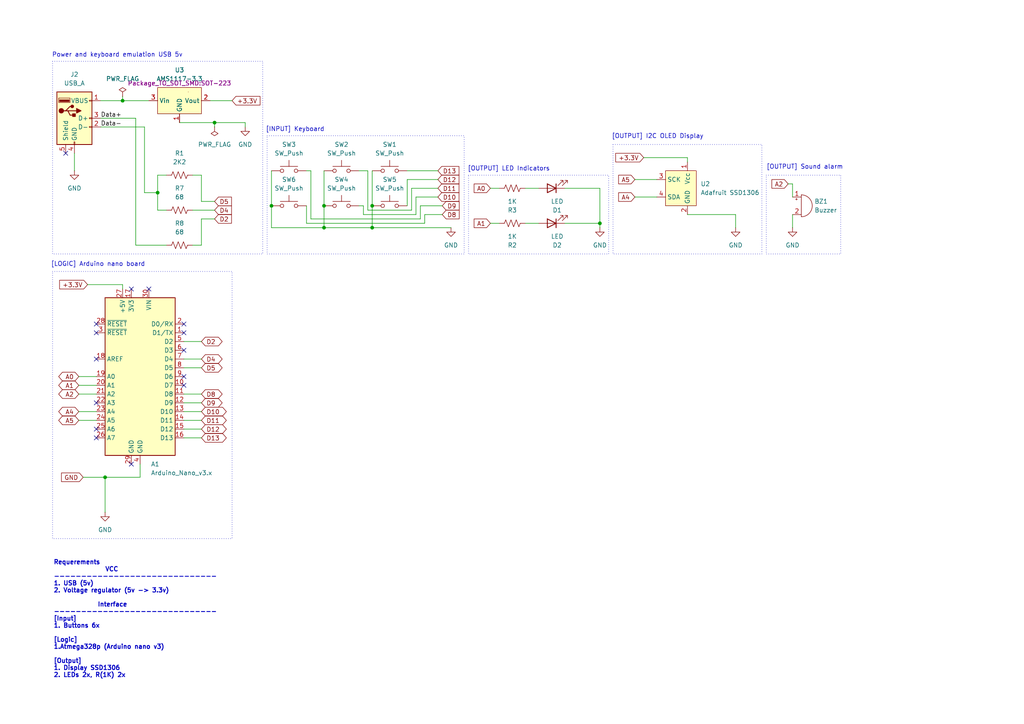
<source format=kicad_sch>
(kicad_sch (version 20250114) (generator "eeschema") (generator_version "9.0")
  (paper "A4")
  (title_block (title "SpeedJeck") (date "2025-11-02") (rev "1") (company "CERCELL") (comment 1 "SpeedJeck") (comment 2 "1v") (comment 3 "Emulation a keyboard typing,") (comment 4 "password manager for PC"))
  (lib_symbols
    (symbol "Arduino_modules:AMS1117"
      (property "Reference" "U" (at 0 2.032 0))
      (property "Value" "AMS1117-3.3" (at 0 0 0))
      (symbol "AMS1117_0_1"
        (rectangle (start 2.54 -2.54) (end 2.54 -2.54))
      )
      (symbol "AMS1117_1_1"
        (rectangle (start -6.35 -1.27) (end 6.35 -8.89) (fill (type background)))
        (pin power_in line (at -8.89 -5.08 0) (length 2.54) (name "Vin") (number "3"))
        (pin power_in line (at 0 -11.43 90) (length 2.54) (name "GND") (number "1"))
        (pin power_out line (at 8.89 -5.08 180) (length 2.54) (name "Vout") (number "2"))
      )
    )
    (symbol "Arduino_modules:Adafruit_SSD1306"
      (property "Reference" "U" (at 0 2.032 0))
      (property "Value" "Adafruit SSD1306" (at 0 -0.762 0))
      (symbol "Adafruit_SSD1306_1_1"
        (rectangle (start -6.35 -6.35) (end 2.54 -16.51) (fill (type background)))
        (pin input line (at -8.89 -8.89 0) (length 2.54) (name "SCK") (number "3"))
        (pin input line (at -8.89 -13.97 0) (length 2.54) (name "SDA") (number "4"))
        (pin power_in line (at 0 -3.81 270) (length 2.54) (name "Vcc") (number "1"))
        (pin power_in line (at 0 -19.05 90) (length 2.54) (name "GND") (number "2"))
      )
    )
    (symbol "Arduino_modules:Arduino_Nano_v3.x"
      (property "Reference" "A" (at -10.16 23.495 0))
      (property "Value" "Arduino_Nano_v3.x" (at 5.08 -24.13 0))
      (symbol "Arduino_Nano_v3.x_0_1"
        (rectangle (start -10.16 22.86) (end 10.16 -22.86) (stroke (width 0.254)) (fill (type background)))
      )
      (symbol "Arduino_Nano_v3.x_1_1"
        (pin bidirectional line (at -12.7 15.24 0) (length 2.54) (name "D0/RX") (number "2"))
        (pin bidirectional line (at -12.7 12.7 0) (length 2.54) (name "D1/TX") (number "1"))
        (pin bidirectional line (at -12.7 10.16 0) (length 2.54) (name "D2") (number "5"))
        (pin bidirectional line (at -12.7 7.62 0) (length 2.54) (name "D3") (number "6"))
        (pin bidirectional line (at -12.7 5.08 0) (length 2.54) (name "D4") (number "7"))
        (pin bidirectional line (at -12.7 2.54 0) (length 2.54) (name "D5") (number "8"))
        (pin bidirectional line (at -12.7 0 0) (length 2.54) (name "D6") (number "9"))
        (pin bidirectional line (at -12.7 -2.54 0) (length 2.54) (name "D7") (number "10"))
        (pin bidirectional line (at -12.7 -5.08 0) (length 2.54) (name "D8") (number "11"))
        (pin bidirectional line (at -12.7 -7.62 0) (length 2.54) (name "D9") (number "12"))
        (pin bidirectional line (at -12.7 -10.16 0) (length 2.54) (name "D10") (number "13"))
        (pin bidirectional line (at -12.7 -12.7 0) (length 2.54) (name "D11") (number "14"))
        (pin bidirectional line (at -12.7 -15.24 0) (length 2.54) (name "D12") (number "15"))
        (pin bidirectional line (at -12.7 -17.78 0) (length 2.54) (name "D13") (number "16"))
        (pin power_in line (at -2.54 25.4 270) (length 2.54) (name "VIN") (number "30"))
        (pin power_in line (at 0 -25.4 90) (length 2.54) (name "GND") (number "4"))
        (pin power_out line (at 2.54 25.4 270) (length 2.54) (name "3V3") (number "17"))
        (pin power_in line (at 2.54 -25.4 90) (length 2.54) (name "GND") (number "29"))
        (pin power_in line (at 5.08 25.4 270) (length 2.54) (name "+5V") (number "27"))
        (pin input line (at 12.7 15.24 180) (length 2.54) (name "~{RESET}") (number "28"))
        (pin input line (at 12.7 12.7 180) (length 2.54) (name "~{RESET}") (number "3"))
        (pin input line (at 12.7 5.08 180) (length 2.54) (name "AREF") (number "18"))
        (pin bidirectional line (at 12.7 0 180) (length 2.54) (name "A0") (number "19"))
        (pin bidirectional line (at 12.7 -2.54 180) (length 2.54) (name "A1") (number "20"))
        (pin bidirectional line (at 12.7 -5.08 180) (length 2.54) (name "A2") (number "21"))
        (pin bidirectional line (at 12.7 -7.62 180) (length 2.54) (name "A3") (number "22"))
        (pin bidirectional line (at 12.7 -10.16 180) (length 2.54) (name "A4") (number "23"))
        (pin bidirectional line (at 12.7 -12.7 180) (length 2.54) (name "A5") (number "24"))
        (pin bidirectional line (at 12.7 -15.24 180) (length 2.54) (name "A6") (number "25"))
        (pin bidirectional line (at 12.7 -17.78 180) (length 2.54) (name "A7") (number "26"))
      )
    )
    (symbol "Connector:USB_A" (pin_names (offset 1.016))
      (property "Reference" "J" (at -5.08 11.43 0))
      (property "Value" "USB_A" (at -5.08 8.89 0))
      (symbol "USB_A_0_1"
        (rectangle (start -5.08 -7.62) (end 5.08 7.62) (stroke (width 0.254)) (fill (type background)))
        (circle (center -3.81 2.159) (radius 0.635) (stroke (width 0.254)) (fill (type outline)))
        (polyline (pts (xy -3.175 2.159) (xy -2.54 2.159) (xy -1.27 3.429) (xy -0.635 3.429)) (stroke (width 0.254)))
        (polyline (pts (xy -2.54 2.159) (xy -1.905 2.159) (xy -1.27 0.889) (xy 0 0.889)) (stroke (width 0.254)))
        (rectangle (start -1.524 4.826) (end -4.318 5.334) (fill (type outline)))
        (rectangle (start -1.27 4.572) (end -4.572 5.842))
        (circle (center -0.635 3.429) (radius 0.381) (stroke (width 0.254)) (fill (type outline)))
        (rectangle (start -0.127 -7.62) (end 0.127 -6.858))
        (rectangle (start 0.254 1.27) (end -0.508 0.508) (stroke (width 0.254)) (fill (type outline)))
        (polyline (pts (xy 0.635 2.794) (xy 0.635 1.524) (xy 1.905 2.159) (xy 0.635 2.794)) (stroke (width 0.254)) (fill (type outline)))
        (rectangle (start 5.08 4.953) (end 4.318 5.207))
        (rectangle (start 5.08 -0.127) (end 4.318 0.127))
        (rectangle (start 5.08 -2.667) (end 4.318 -2.413))
      )
      (symbol "USB_A_1_1"
        (polyline (pts (xy -1.905 2.159) (xy 0.635 2.159)) (stroke (width 0.254)))
        (pin passive line (at -2.54 -10.16 90) (length 2.54) (name "Shield") (number "5"))
        (pin power_in line (at 0 -10.16 90) (length 2.54) (name "GND") (number "4"))
        (pin power_in line (at 7.62 5.08 180) (length 2.54) (name "VBUS") (number "1"))
        (pin bidirectional line (at 7.62 0 180) (length 2.54) (name "D+") (number "3"))
        (pin bidirectional line (at 7.62 -2.54 180) (length 2.54) (name "D-") (number "2"))
      )
    )
    (symbol "Device:Buzzer" (pin_names (offset 0.0254) (hide yes))
      (property "Reference" "BZ" (at 3.81 1.27 0))
      (property "Value" "Buzzer" (at 3.81 -1.27 0))
      (symbol "Buzzer_0_1"
        (polyline (pts (xy -1.651 1.905) (xy -1.143 1.905)))
        (polyline (pts (xy -1.397 2.159) (xy -1.397 1.651)))
        (arc (start 0 3.175) (mid 3.1612 0) (end 0 -3.175))
        (polyline (pts (xy 0 3.175) (xy 0 -3.175)))
      )
      (symbol "Buzzer_1_1"
        (pin passive line (at -2.54 2.54 0) (length 2.54) (name "+") (number "1"))
        (pin passive line (at -2.54 -2.54 0) (length 2.54) (name "-") (number "2"))
      )
    )
    (symbol "Device:LED" (pin_numbers (hide yes)) (pin_names (offset 1.016) (hide yes))
      (property "Reference" "D" (at 0 2.54 0))
      (property "Value" "LED" (at 0 -2.54 0))
      (symbol "LED_0_1"
        (polyline (pts (xy -3.048 -0.762) (xy -4.572 -2.286) (xy -3.81 -2.286) (xy -4.572 -2.286) (xy -4.572 -1.524)))
        (polyline (pts (xy -1.778 -0.762) (xy -3.302 -2.286) (xy -2.54 -2.286) (xy -3.302 -2.286) (xy -3.302 -1.524)))
        (polyline (pts (xy -1.27 0) (xy 1.27 0)))
        (polyline (pts (xy -1.27 -1.27) (xy -1.27 1.27)) (stroke (width 0.254)))
        (polyline (pts (xy 1.27 -1.27) (xy 1.27 1.27) (xy -1.27 0) (xy 1.27 -1.27)) (stroke (width 0.254)))
      )
      (symbol "LED_1_1"
        (pin passive line (at -3.81 0 0) (length 2.54) (name "K") (number "1"))
        (pin passive line (at 3.81 0 180) (length 2.54) (name "A") (number "2"))
      )
    )
    (symbol "Device:R_US" (pin_numbers (hide yes)) (pin_names (offset 0))
      (property "Reference" "R" (at 2.54 0 90))
      (property "Value" "R_US" (at -2.54 0 90))
      (symbol "R_US_0_1"
        (polyline (pts (xy 0 2.286) (xy 0 2.54)))
        (polyline (pts (xy 0 2.286) (xy 1.016 1.905) (xy 0 1.524) (xy -1.016 1.143) (xy 0 0.762)))
        (polyline (pts (xy 0 0.762) (xy 1.016 0.381) (xy 0 0) (xy -1.016 -0.381) (xy 0 -0.762)))
        (polyline (pts (xy 0 -0.762) (xy 1.016 -1.143) (xy 0 -1.524) (xy -1.016 -1.905) (xy 0 -2.286)))
        (polyline (pts (xy 0 -2.286) (xy 0 -2.54)))
      )
      (symbol "R_US_1_1"
        (pin passive line (at 0 3.81 270) (length 1.27) (name "~") (number "1"))
        (pin passive line (at 0 -3.81 90) (length 1.27) (name "~") (number "2"))
      )
    )
    (symbol "Switch:SW_Push" (pin_numbers (hide yes)) (pin_names (offset 1.016) (hide yes))
      (property "Reference" "SW" (at 1.27 2.54 0))
      (property "Value" "SW_Push" (at 0 -1.524 0))
      (symbol "SW_Push_0_1"
        (circle (center -2.032 0) (radius 0.508))
        (polyline (pts (xy 0 1.27) (xy 0 3.048)))
        (circle (center 2.032 0) (radius 0.508))
        (polyline (pts (xy 2.54 1.27) (xy -2.54 1.27)))
        (pin passive line (at -5.08 0 0) (length 2.54) (name "1") (number "1"))
        (pin passive line (at 5.08 0 180) (length 2.54) (name "2") (number "2"))
      )
    )
    (symbol "power:GND" (power) (pin_numbers (hide yes)) (pin_names (offset 0) (hide yes))
      (property "Value" "GND" (at 0 -3.81 0))
      (symbol "GND_0_1"
        (polyline (pts (xy 0 0) (xy 0 -1.27) (xy 1.27 -1.27) (xy 0 -2.54) (xy -1.27 -1.27) (xy 0 -1.27)))
      )
      (symbol "GND_1_1"
        (pin power_in line (at 0 0 270) (length 0) (name "~") (number "1"))
      )
    )
    (symbol "power:PWR_FLAG" (power) (pin_numbers (hide yes)) (pin_names (offset 0) (hide yes))
      (property "Value" "PWR_FLAG" (at 0 3.81 0))
      (symbol "PWR_FLAG_0_0"
        (pin power_out line (at 0 0 90) (length 0) (name "~") (number "1"))
      )
      (symbol "PWR_FLAG_0_1"
        (polyline (pts (xy 0 0) (xy 0 1.27) (xy -1.016 1.905) (xy 0 2.54) (xy 1.016 1.905) (xy 0 1.27)))
      )
    )
  )
  (rectangle (start 15.24 78.74) (end 67.31 156.21) (stroke (width 0) (type dot)))
  (rectangle (start 222.25 50.8) (end 243.84 73.66) (stroke (width 0) (type dot)))
  (rectangle (start 135.89 50.8) (end 176.53 73.66) (stroke (width 0) (type dot)))
  (rectangle (start 77.47 39.37) (end 134.62 73.66) (stroke (width 0) (type dot)))
  (rectangle (start 15.24 17.78) (end 76.2 73.66) (stroke (width 0) (type dot)))
  (rectangle (start 177.8 41.91) (end 220.98 73.66) (stroke (width 0) (type dot)))
  (text "[INPUT] Keyboard" (at 85.598 37.592 0) (effects (font (size 1.27 1.27))))
  (text "[LOGIC] Arduino nano board" (at 28.448 76.708 0) (effects (font (size 1.27 1.27))))
  (text "Requerements\n			VCC\n------------------------------\n1. USB (5v) \n2. Voltage regulator (5v -> 3.3v)\n\n		   Interface\n------------------------------\n[Input]\n1. Buttons 6x\n\n[Logic]\n1.Atmega328p (Arduino nano v3)\n\n[Output]\n1. Display SSD1306\n2. LEDs 2x, R(1K) 2x\n" (at 15.494 179.578 0) (effects (font (size 1.27 1.27) (thickness 0.254) (bold yes)) (justify left)))
  (text "[OUTPUT] I2C OLED Display" (at 190.754 39.624 0) (effects (font (size 1.27 1.27))))
  (text "[OUTPUT] LED Indicators" (at 147.574 49.022 0) (effects (font (size 1.27 1.27))))
  (text "[OUTPUT] Sound alarm" (at 233.426 48.514 0) (effects (font (size 1.27 1.27))))
  (text "Power and keyboard emulation USB 5v" (at 34.036 16.002 0) (effects (font (size 1.27 1.27))))
  (junction (at 78.74 59.69))
  (junction (at 35.56 29.21))
  (junction (at 93.98 66.04))
  (junction (at 107.95 66.04))
  (junction (at 107.95 59.69))
  (junction (at 45.72 55.88))
  (junction (at 93.98 59.69))
  (junction (at 62.23 35.56))
  (junction (at 30.48 138.43))
  (junction (at 173.99 64.77))
  (no_connect (at 53.34 111.76))
  (no_connect (at 53.34 109.22))
  (no_connect (at 38.1 134.62))
  (no_connect (at 53.34 96.52))
  (no_connect (at 53.34 101.6))
  (no_connect (at 53.34 93.98))
  (no_connect (at 27.94 124.46))
  (no_connect (at 27.94 116.84))
  (no_connect (at 19.05 44.45))
  (no_connect (at 27.94 104.14))
  (no_connect (at 27.94 93.98))
  (no_connect (at 38.1 83.82))
  (no_connect (at 27.94 96.52))
  (no_connect (at 43.18 83.82))
  (no_connect (at 27.94 127))
  (wire (pts (xy 25.4 82.55) (xy 35.56 82.55)))
  (wire (pts (xy 104.14 59.69) (xy 105.41 59.69)))
  (wire (pts (xy 119.38 54.61) (xy 127 54.61)))
  (wire (pts (xy 58.42 121.92) (xy 53.34 121.92)))
  (wire (pts (xy 39.37 34.29) (xy 39.37 71.12)))
  (wire (pts (xy 39.37 71.12) (xy 48.26 71.12)))
  (wire (pts (xy 163.83 54.61) (xy 173.99 54.61)))
  (wire (pts (xy 228.6 53.34) (xy 229.87 53.34)))
  (wire (pts (xy 127 57.15) (xy 120.65 57.15)))
  (wire (pts (xy 35.56 29.21) (xy 43.18 29.21)))
  (wire (pts (xy 22.86 114.3) (xy 27.94 114.3)))
  (wire (pts (xy 104.14 49.53) (xy 106.68 49.53)))
  (wire (pts (xy 60.96 29.21) (xy 67.31 29.21)))
  (wire (pts (xy 107.95 59.69) (xy 107.95 66.04)))
  (wire (pts (xy 45.72 55.88) (xy 45.72 60.96)))
  (wire (pts (xy 120.65 62.23) (xy 120.65 57.15)))
  (wire (pts (xy 71.12 36.83) (xy 71.12 35.56)))
  (wire (pts (xy 213.36 66.04) (xy 213.36 62.23)))
  (wire (pts (xy 58.42 116.84) (xy 53.34 116.84)))
  (wire (pts (xy 173.99 54.61) (xy 173.99 64.77)))
  (wire (pts (xy 29.21 34.29) (xy 39.37 34.29)))
  (wire (pts (xy 22.86 121.92) (xy 27.94 121.92)))
  (wire (pts (xy 121.92 59.69) (xy 128.27 59.69)))
  (wire (pts (xy 62.23 63.5) (xy 58.42 63.5)))
  (wire (pts (xy 186.69 45.72) (xy 199.39 45.72)))
  (wire (pts (xy 128.27 62.23) (xy 123.19 62.23)))
  (wire (pts (xy 190.5 52.07) (xy 184.15 52.07)))
  (wire (pts (xy 93.98 66.04) (xy 78.74 66.04)))
  (wire (pts (xy 29.21 36.83) (xy 41.91 36.83)))
  (wire (pts (xy 58.42 63.5) (xy 58.42 71.12)))
  (wire (pts (xy 45.72 50.8) (xy 45.72 55.88)))
  (wire (pts (xy 58.42 99.06) (xy 53.34 99.06)))
  (wire (pts (xy 107.95 49.53) (xy 107.95 59.69)))
  (wire (pts (xy 123.19 64.77) (xy 123.19 62.23)))
  (wire (pts (xy 29.21 29.21) (xy 35.56 29.21)))
  (wire (pts (xy 156.21 64.77) (xy 152.4 64.77)))
  (wire (pts (xy 41.91 36.83) (xy 41.91 55.88)))
  (wire (pts (xy 40.64 138.43) (xy 40.64 134.62)))
  (wire (pts (xy 156.21 54.61) (xy 152.4 54.61)))
  (wire (pts (xy 35.56 82.55) (xy 35.56 83.82)))
  (wire (pts (xy 105.41 59.69) (xy 105.41 62.23)))
  (wire (pts (xy 88.9 59.69) (xy 88.9 64.77)))
  (wire (pts (xy 229.87 53.34) (xy 229.87 57.15)))
  (wire (pts (xy 22.86 109.22) (xy 27.94 109.22)))
  (wire (pts (xy 184.15 57.15) (xy 190.5 57.15)))
  (wire (pts (xy 106.68 49.53) (xy 106.68 60.96)))
  (wire (pts (xy 199.39 45.72) (xy 199.39 46.99)))
  (wire (pts (xy 90.17 63.5) (xy 121.92 63.5)))
  (wire (pts (xy 58.42 114.3) (xy 53.34 114.3)))
  (wire (pts (xy 106.68 60.96) (xy 119.38 60.96)))
  (wire (pts (xy 55.88 50.8) (xy 58.42 50.8)))
  (wire (pts (xy 30.48 138.43) (xy 40.64 138.43)))
  (wire (pts (xy 90.17 49.53) (xy 90.17 63.5)))
  (wire (pts (xy 24.13 138.43) (xy 30.48 138.43)))
  (wire (pts (xy 105.41 62.23) (xy 120.65 62.23)))
  (wire (pts (xy 58.42 58.42) (xy 58.42 50.8)))
  (wire (pts (xy 21.59 44.45) (xy 21.59 49.53)))
  (wire (pts (xy 58.42 119.38) (xy 53.34 119.38)))
  (wire (pts (xy 88.9 64.77) (xy 123.19 64.77)))
  (wire (pts (xy 229.87 62.23) (xy 229.87 66.04)))
  (wire (pts (xy 22.86 111.76) (xy 27.94 111.76)))
  (wire (pts (xy 121.92 63.5) (xy 121.92 59.69)))
  (wire (pts (xy 78.74 59.69) (xy 78.74 66.04)))
  (wire (pts (xy 127 49.53) (xy 118.11 49.53)))
  (wire (pts (xy 30.48 138.43) (xy 30.48 148.59)))
  (wire (pts (xy 93.98 49.53) (xy 93.98 59.69)))
  (wire (pts (xy 71.12 35.56) (xy 62.23 35.56)))
  (wire (pts (xy 142.24 54.61) (xy 144.78 54.61)))
  (wire (pts (xy 173.99 64.77) (xy 173.99 66.04)))
  (wire (pts (xy 58.42 71.12) (xy 55.88 71.12)))
  (wire (pts (xy 118.11 52.07) (xy 127 52.07)))
  (wire (pts (xy 78.74 49.53) (xy 78.74 59.69)))
  (wire (pts (xy 55.88 60.96) (xy 62.23 60.96)))
  (wire (pts (xy 41.91 55.88) (xy 45.72 55.88)))
  (wire (pts (xy 35.56 27.94) (xy 35.56 29.21)))
  (wire (pts (xy 107.95 66.04) (xy 130.81 66.04)))
  (wire (pts (xy 199.39 62.23) (xy 213.36 62.23)))
  (wire (pts (xy 119.38 60.96) (xy 119.38 54.61)))
  (wire (pts (xy 22.86 119.38) (xy 27.94 119.38)))
  (wire (pts (xy 62.23 58.42) (xy 58.42 58.42)))
  (wire (pts (xy 107.95 66.04) (xy 93.98 66.04)))
  (wire (pts (xy 58.42 127) (xy 53.34 127)))
  (wire (pts (xy 93.98 59.69) (xy 93.98 66.04)))
  (wire (pts (xy 118.11 59.69) (xy 118.11 52.07)))
  (wire (pts (xy 142.24 64.77) (xy 144.78 64.77)))
  (wire (pts (xy 88.9 49.53) (xy 90.17 49.53)))
  (wire (pts (xy 163.83 64.77) (xy 173.99 64.77)))
  (wire (pts (xy 62.23 35.56) (xy 62.23 36.83)))
  (wire (pts (xy 58.42 106.68) (xy 53.34 106.68)))
  (wire (pts (xy 45.72 60.96) (xy 48.26 60.96)))
  (wire (pts (xy 48.26 50.8) (xy 45.72 50.8)))
  (wire (pts (xy 58.42 124.46) (xy 53.34 124.46)))
  (wire (pts (xy 58.42 104.14) (xy 53.34 104.14)))
  (wire (pts (xy 62.23 35.56) (xy 52.07 35.56)))
  (label "Data-" (at 29.21 36.83 0))
  (label "Data+" (at 29.21 34.29 0))
  (global_label "D2" (shape bidirectional) (at 58.42 99.06 0) (property "Intersheetrefs" "${INTERSHEET_REFS}" (effects (hide yes))))
  (global_label "A5" (shape bidirectional) (at 22.86 121.92 180) (property "Intersheetrefs" "${INTERSHEET_REFS}" (effects (hide yes))))
  (global_label "+3.3V" (shape input) (at 67.31 29.21 0) (property "Intersheetrefs" "${INTERSHEET_REFS}" (effects (hide yes))))
  (global_label "A0" (shape input) (at 142.24 54.61 180) (property "Intersheetrefs" "${INTERSHEET_REFS}" (effects (hide yes))))
  (global_label "D11" (shape bidirectional) (at 58.42 121.92 0) (property "Intersheetrefs" "${INTERSHEET_REFS}" (effects (hide yes))))
  (global_label "+3.3V" (shape input) (at 186.69 45.72 180) (property "Intersheetrefs" "${INTERSHEET_REFS}" (effects (hide yes))))
  (global_label "D9" (shape input) (at 128.27 59.69 0) (property "Intersheetrefs" "${INTERSHEET_REFS}" (effects (hide yes))))
  (global_label "+3.3V" (shape input) (at 25.4 82.55 180) (property "Intersheetrefs" "${INTERSHEET_REFS}" (effects (hide yes))))
  (global_label "D8" (shape bidirectional) (at 58.42 114.3 0) (property "Intersheetrefs" "${INTERSHEET_REFS}" (effects (hide yes))))
  (global_label "D10" (shape input) (at 127 57.15 0) (property "Intersheetrefs" "${INTERSHEET_REFS}" (effects (hide yes))))
  (global_label "A2" (shape bidirectional) (at 22.86 114.3 180) (property "Intersheetrefs" "${INTERSHEET_REFS}" (effects (hide yes))))
  (global_label "A0" (shape bidirectional) (at 22.86 109.22 180) (property "Intersheetrefs" "${INTERSHEET_REFS}" (effects (hide yes))))
  (global_label "D11" (shape input) (at 127 54.61 0) (property "Intersheetrefs" "${INTERSHEET_REFS}" (effects (hide yes))))
  (global_label "D4" (shape input) (at 62.23 60.96 0) (property "Intersheetrefs" "${INTERSHEET_REFS}" (effects (hide yes))))
  (global_label "A4" (shape bidirectional) (at 22.86 119.38 180) (property "Intersheetrefs" "${INTERSHEET_REFS}" (effects (hide yes))))
  (global_label "A2" (shape input) (at 228.6 53.34 180) (property "Intersheetrefs" "${INTERSHEET_REFS}" (effects (hide yes))))
  (global_label "A5" (shape input) (at 184.15 52.07 180) (property "Intersheetrefs" "${INTERSHEET_REFS}" (effects (hide yes))))
  (global_label "D2" (shape input) (at 62.23 63.5 0) (property "Intersheetrefs" "${INTERSHEET_REFS}" (effects (hide yes))))
  (global_label "D13" (shape bidirectional) (at 58.42 127 0) (property "Intersheetrefs" "${INTERSHEET_REFS}" (effects (hide yes))))
  (global_label "D13" (shape input) (at 127 49.53 0) (property "Intersheetrefs" "${INTERSHEET_REFS}" (effects (hide yes))))
  (global_label "D12" (shape bidirectional) (at 58.42 124.46 0) (property "Intersheetrefs" "${INTERSHEET_REFS}" (effects (hide yes))))
  (global_label "A1" (shape input) (at 142.24 64.77 180) (property "Intersheetrefs" "${INTERSHEET_REFS}" (effects (hide yes))))
  (global_label "D10" (shape bidirectional) (at 58.42 119.38 0) (property "Intersheetrefs" "${INTERSHEET_REFS}" (effects (hide yes))))
  (global_label "D9" (shape bidirectional) (at 58.42 116.84 0) (property "Intersheetrefs" "${INTERSHEET_REFS}" (effects (hide yes))))
  (global_label "D5" (shape input) (at 62.23 58.42 0) (property "Intersheetrefs" "${INTERSHEET_REFS}" (effects (hide yes))))
  (global_label "D4" (shape bidirectional) (at 58.42 104.14 0) (property "Intersheetrefs" "${INTERSHEET_REFS}" (effects (hide yes))))
  (global_label "A1" (shape bidirectional) (at 22.86 111.76 180) (property "Intersheetrefs" "${INTERSHEET_REFS}" (effects (hide yes))))
  (global_label "GND" (shape input) (at 24.13 138.43 180) (property "Intersheetrefs" "${INTERSHEET_REFS}" (effects (hide yes))))
  (global_label "A4" (shape input) (at 184.15 57.15 180) (property "Intersheetrefs" "${INTERSHEET_REFS}" (effects (hide yes))))
  (global_label "D5" (shape bidirectional) (at 58.42 106.68 0) (property "Intersheetrefs" "${INTERSHEET_REFS}" (effects (hide yes))))
  (global_label "D12" (shape input) (at 127 52.07 0) (property "Intersheetrefs" "${INTERSHEET_REFS}" (effects (hide yes))))
  (global_label "D8" (shape input) (at 128.27 62.23 0) (property "Intersheetrefs" "${INTERSHEET_REFS}" (effects (hide yes))))
  (symbol (lib_id "power:GND") (at 229.87 66.04 0) (unit 1)
    (property "Reference" "#PWR02" (effects (hide yes)))
    (property "Value" "GND" (at 229.87 71.12 0))
    (property "Description" "Power symbol creates a global label with name \"GND\" , ground" (effects (hide yes)))
  )
  (symbol (lib_id "power:GND") (at 21.59 49.53 0) (unit 1)
    (property "Reference" "#PWR04" (effects (hide yes)))
    (property "Value" "GND" (at 21.59 54.61 0))
    (property "Description" "Power symbol creates a global label with name \"GND\" , ground" (effects (hide yes)))
  )
  (symbol (lib_id "power:PWR_FLAG") (at 62.23 36.83 180) (unit 1)
    (property "Reference" "#FLG05" (effects (hide yes)))
    (property "Value" "PWR_FLAG" (at 62.23 41.91 0))
    (property "Description" "Special symbol for telling ERC where power comes from" (effects (hide yes)))
  )
  (symbol (lib_id "Switch:SW_Push") (at 99.06 59.69 0) (mirror y) (unit 1)
    (property "Reference" "SW4" (at 99.06 52.07 0))
    (property "Value" "SW_Push" (at 99.06 54.61 0))
    (property "Footprint" "Button_Switch_SMD:SW_Push_1P1T_NO_CK_PTS125Sx73SMTR" (effects (hide yes)))
    (property "Description" "Push button switch, generic, two pins" (effects (hide yes)))
  )
  (symbol (lib_id "power:GND") (at 213.36 66.04 0) (unit 1)
    (property "Reference" "#PWR01" (effects (hide yes)))
    (property "Value" "GND" (at 213.36 71.12 0))
    (property "Description" "Power symbol creates a global label with name \"GND\" , ground" (effects (hide yes)))
  )
  (symbol (lib_id "Device:LED") (at 160.02 64.77 180) (unit 1)
    (property "Reference" "D2" (at 161.6075 71.12 0))
    (property "Value" "LED" (at 161.6075 68.58 0))
    (property "Footprint" "LED_SMD:LED_0402_1005Metric" (effects (hide yes)))
    (property "Description" "Light emitting diode" (effects (hide yes)))
    (property "Sim.Pins" "1=K 2=A" (effects (hide yes)))
  )
  (symbol (lib_id "Device:R_US") (at 148.59 64.77 270) (unit 1)
    (property "Reference" "R2" (at 148.59 71.12 90))
    (property "Value" "1K" (at 148.59 68.58 90))
    (property "Footprint" "Resistor_SMD:R_0402_1005Metric" (effects (hide yes)))
    (property "Description" "Resistor, US symbol" (effects (hide yes)))
  )
  (symbol (lib_id "Switch:SW_Push") (at 83.82 49.53 0) (mirror y) (unit 1)
    (property "Reference" "SW3" (at 83.82 41.91 0))
    (property "Value" "SW_Push" (at 83.82 44.45 0))
    (property "Footprint" "Button_Switch_SMD:SW_Push_1P1T_NO_CK_PTS125Sx73SMTR" (effects (hide yes)))
    (property "Description" "Push button switch, generic, two pins" (effects (hide yes)))
  )
  (symbol (lib_id "Arduino_modules:Adafruit_SSD1306") (at 199.39 43.18 0) (unit 1)
    (property "Reference" "U2" (at 203.2 53.3399 0) (effects (justify left)))
    (property "Value" "Adafruit SSD1306" (at 203.2 55.8799 0) (effects (justify left)))
    (property "Description" "SSD1306 128×64 Mono 0.96 Inch I2C OLED Display" (effects (hide yes)))
  )
  (symbol (lib_id "Device:R_US") (at 148.59 54.61 270) (unit 1)
    (property "Reference" "R3" (at 148.59 60.96 90))
    (property "Value" "1K" (at 148.59 58.42 90))
    (property "Footprint" "Resistor_SMD:R_0402_1005Metric" (effects (hide yes)))
    (property "Description" "Resistor, US symbol" (effects (hide yes)))
  )
  (symbol (lib_id "Switch:SW_Push") (at 83.82 59.69 0) (mirror y) (unit 1)
    (property "Reference" "SW6" (at 83.82 52.07 0))
    (property "Value" "SW_Push" (at 83.82 54.61 0))
    (property "Footprint" "Button_Switch_SMD:SW_Push_1P1T_NO_CK_PTS125Sx73SMTR" (effects (hide yes)))
    (property "Description" "Push button switch, generic, two pins" (effects (hide yes)))
  )
  (symbol (lib_id "Arduino_modules:Arduino_Nano_v3.x") (at 40.64 109.22 0) (mirror y) (unit 1)
    (property "Reference" "A1" (at 43.7581 134.62 0) (effects (justify right)))
    (property "Value" "Arduino_Nano_v3.x" (at 43.7581 137.16 0) (effects (justify right)))
    (property "Footprint" "Module:Arduino_Nano" (effects (hide yes)))
    (property "Datasheet" "http://www.mouser.com/pdfdocs/Gravitech_Arduino_Nano3_0.pdf" (effects (hide yes)))
    (property "Description" "Arduino Nano v3.x" (effects (hide yes)))
  )
  (symbol (lib_id "Device:LED") (at 160.02 54.61 180) (unit 1)
    (property "Reference" "D1" (at 161.6075 60.96 0))
    (property "Value" "LED" (at 161.6075 58.42 0))
    (property "Footprint" "LED_SMD:LED_0402_1005Metric" (effects (hide yes)))
    (property "Description" "Light emitting diode" (effects (hide yes)))
    (property "Sim.Pins" "1=K 2=A" (effects (hide yes)))
  )
  (symbol (lib_id "power:GND") (at 173.99 66.04 0) (unit 1)
    (property "Reference" "#PWR03" (effects (hide yes)))
    (property "Value" "GND" (at 173.99 71.12 0))
    (property "Description" "Power symbol creates a global label with name \"GND\" , ground" (effects (hide yes)))
  )
  (symbol (lib_id "Switch:SW_Push") (at 99.06 49.53 0) (mirror y) (unit 1)
    (property "Reference" "SW2" (at 99.06 41.91 0))
    (property "Value" "SW_Push" (at 99.06 44.45 0))
    (property "Footprint" "Button_Switch_SMD:SW_Push_1P1T_NO_CK_PTS125Sx73SMTR" (effects (hide yes)))
    (property "Description" "Push button switch, generic, two pins" (effects (hide yes)))
  )
  (symbol (lib_id "Device:R_US") (at 52.07 50.8 90) (unit 1)
    (property "Reference" "R1" (at 52.07 44.45 90))
    (property "Value" "2K2" (at 52.07 46.99 90))
    (property "Footprint" "Resistor_SMD:R_0402_1005Metric" (effects (hide yes)))
    (property "Description" "Resistor, US symbol" (effects (hide yes)))
  )
  (symbol (lib_id "Device:R_US") (at 52.07 71.12 270) (unit 1)
    (property "Reference" "R8" (at 52.07 64.77 90))
    (property "Value" "68" (at 52.07 67.31 90))
    (property "Footprint" "Resistor_SMD:R_0402_1005Metric" (effects (hide yes)))
    (property "Description" "Resistor, US symbol" (effects (hide yes)))
  )
  (symbol (lib_id "Device:Buzzer") (at 232.41 59.69 0) (unit 1)
    (property "Reference" "BZ1" (at 236.22 58.4199 0) (effects (justify left)))
    (property "Value" "Buzzer" (at 236.22 60.9599 0) (effects (justify left)))
    (property "Footprint" "Buzzer_Beeper:MagneticBuzzer_ProSignal_ABT-410-RC" (effects (hide yes)))
    (property "Description" "Buzzer, polarized" (effects (hide yes)))
  )
  (symbol (lib_id "power:GND") (at 30.48 148.59 0) (unit 1)
    (property "Reference" "#PWR07" (effects (hide yes)))
    (property "Value" "GND" (at 30.48 153.67 0))
    (property "Description" "Power symbol creates a global label with name \"GND\" , ground" (effects (hide yes)))
  )
  (symbol (lib_id "Arduino_modules:AMS1117") (at 52.07 24.13 0) (unit 1)
    (property "Reference" "U3" (at 52.07 20.32 0))
    (property "Value" "AMS1117-3.3" (at 52.07 22.86 0))
    (property "Footprint" "Package_TO_SOT_SMD:SOT-223" (at 52.07 24.13 0))
    (property "Datasheet" "https://www.alldatasheet.com/datasheet-pdf/view/205691/ADMOS/AMS1117-3.3.html" (effects (hide yes)))
    (property "Description" "3.3v" (effects (hide yes)))
  )
  (symbol (lib_id "power:PWR_FLAG") (at 35.56 27.94 0) (unit 1)
    (property "Reference" "#FLG01" (effects (hide yes)))
    (property "Value" "PWR_FLAG" (at 35.56 22.86 0))
    (property "Description" "Special symbol for telling ERC where power comes from" (effects (hide yes)))
  )
  (symbol (lib_id "Switch:SW_Push") (at 113.03 59.69 0) (mirror y) (unit 1)
    (property "Reference" "SW5" (at 113.03 52.07 0))
    (property "Value" "SW_Push" (at 113.03 54.61 0))
    (property "Footprint" "Button_Switch_SMD:SW_Push_1P1T_NO_CK_PTS125Sx73SMTR" (effects (hide yes)))
    (property "Description" "Push button switch, generic, two pins" (effects (hide yes)))
  )
  (symbol (lib_id "Switch:SW_Push") (at 113.03 49.53 0) (mirror y) (unit 1)
    (property "Reference" "SW1" (at 113.03 41.91 0))
    (property "Value" "SW_Push" (at 113.03 44.45 0))
    (property "Footprint" "Button_Switch_SMD:SW_Push_1P1T_NO_CK_PTS125Sx73SMTR" (effects (hide yes)))
    (property "Description" "Push button switch, generic, two pins" (effects (hide yes)))
  )
  (symbol (lib_id "Device:R_US") (at 52.07 60.96 90) (unit 1)
    (property "Reference" "R7" (at 52.07 54.61 90))
    (property "Value" "68" (at 52.07 57.15 90))
    (property "Footprint" "Resistor_SMD:R_0402_1005Metric" (effects (hide yes)))
    (property "Description" "Resistor, US symbol" (effects (hide yes)))
  )
  (symbol (lib_id "power:GND") (at 71.12 36.83 0) (unit 1)
    (property "Reference" "#PWR06" (effects (hide yes)))
    (property "Value" "GND" (at 71.12 41.91 0))
    (property "Description" "Power symbol creates a global label with name \"GND\" , ground" (effects (hide yes)))
  )
  (symbol (lib_id "Connector:USB_A") (at 21.59 34.29 0) (unit 1)
    (property "Reference" "J2" (at 21.59 21.59 0))
    (property "Value" "USB_A" (at 21.59 24.13 0))
    (property "Footprint" "Connector_USB:USB_A_TE_292303-7_Horizontal" (effects (hide yes)))
    (property "Description" "USB Type A connector" (effects (hide yes)))
  )
  (symbol (lib_id "power:GND") (at 130.81 66.04 0) (unit 1)
    (property "Reference" "#PWR05" (effects (hide yes)))
    (property "Value" "GND" (at 130.81 71.12 0))
    (property "Description" "Power symbol creates a global label with name \"GND\" , ground" (effects (hide yes)))
  )
)
</source>
